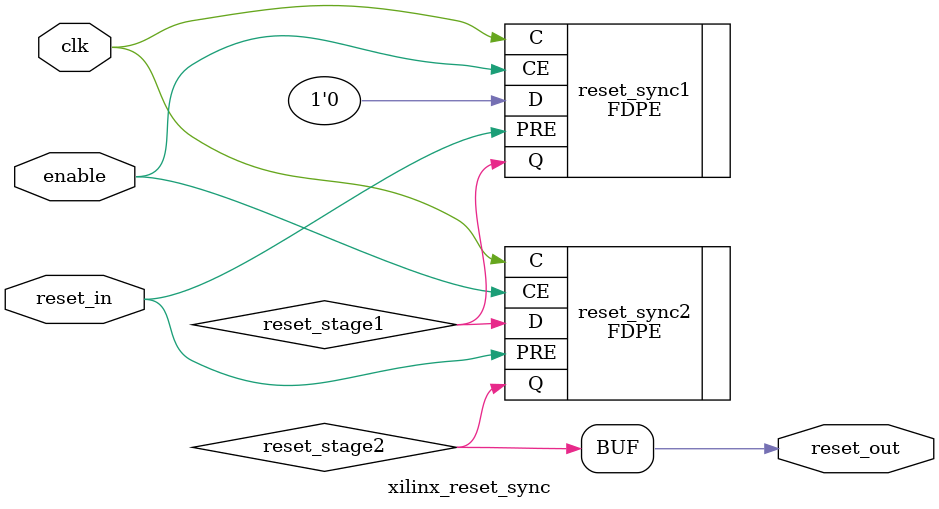
<source format=v>

`timescale 1ps/1ps

module xilinx_reset_sync #(
  parameter INITIALISE = 2'b11
)
(
   input       reset_in,
   input       clk,
   input       enable,
   output      reset_out
);


wire  reset_stage1;
wire  reset_stage2;

  (* ASYNC_REG = "TRUE", RLOC = "X0Y0",  SHREG_EXTRACT = "NO", INIT = "1" *)
  FDPE #(
   .INIT (INITIALISE[0])
  ) reset_sync1 (
  .C  (clk), 
  .CE (enable),
  .PRE(reset_in),
  .D  (1'b0),
  .Q  (reset_stage1) 
  );
  
  (* ASYNC_REG = "TRUE", RLOC = "X0Y0",  SHREG_EXTRACT = "NO", INIT = "1" *)
  FDPE #(
   .INIT (INITIALISE[1])
  ) reset_sync2 (
  .C  (clk), 
  .CE (enable),
  .PRE(reset_in),
  .D  (reset_stage1),
  .Q  (reset_stage2) 
  );


assign reset_out = reset_stage2;



endmodule

</source>
